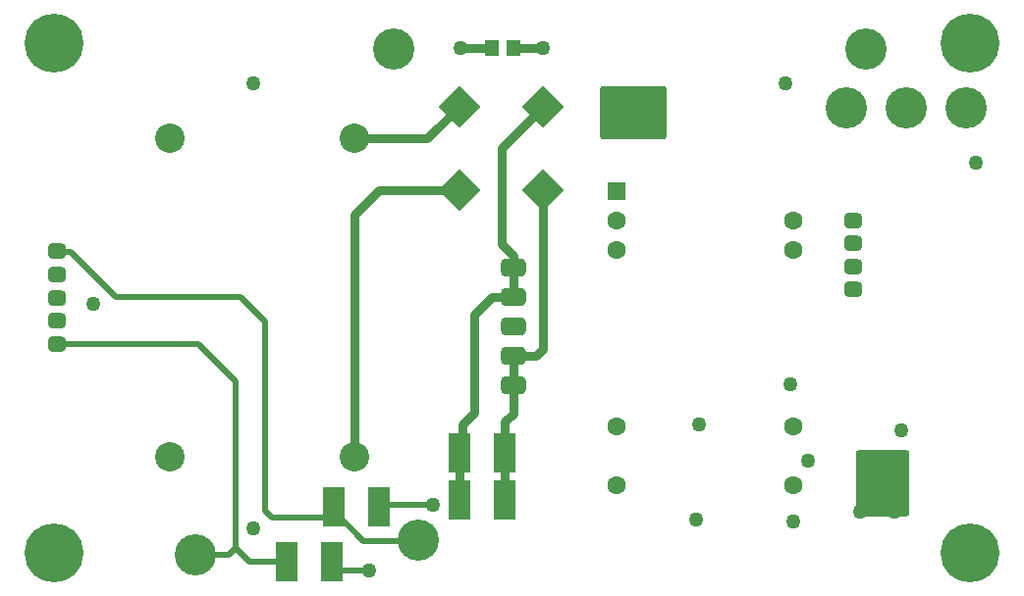
<source format=gtl>
G04*
G04 #@! TF.GenerationSoftware,Altium Limited,Altium Designer,20.1.7 (139)*
G04*
G04 Layer_Physical_Order=1*
G04 Layer_Color=25308*
%FSLAX25Y25*%
%MOIN*%
G70*
G04*
G04 #@! TF.SameCoordinates,98BAC387-3A70-427A-9A39-C9BDDE23891B*
G04*
G04*
G04 #@! TF.FilePolarity,Positive*
G04*
G01*
G75*
%ADD10C,0.01000*%
G04:AMPARAMS|DCode=15|XSize=181.1mil|YSize=224.41mil|CornerRadius=9.06mil|HoleSize=0mil|Usage=FLASHONLY|Rotation=180.000|XOffset=0mil|YOffset=0mil|HoleType=Round|Shape=RoundedRectangle|*
%AMROUNDEDRECTD15*
21,1,0.18110,0.20630,0,0,180.0*
21,1,0.16299,0.22441,0,0,180.0*
1,1,0.01811,-0.08150,0.10315*
1,1,0.01811,0.08150,0.10315*
1,1,0.01811,0.08150,-0.10315*
1,1,0.01811,-0.08150,-0.10315*
%
%ADD15ROUNDEDRECTD15*%
G04:AMPARAMS|DCode=16|XSize=181.1mil|YSize=224.41mil|CornerRadius=9.06mil|HoleSize=0mil|Usage=FLASHONLY|Rotation=90.000|XOffset=0mil|YOffset=0mil|HoleType=Round|Shape=RoundedRectangle|*
%AMROUNDEDRECTD16*
21,1,0.18110,0.20630,0,0,90.0*
21,1,0.16299,0.22441,0,0,90.0*
1,1,0.01811,0.10315,0.08150*
1,1,0.01811,0.10315,-0.08150*
1,1,0.01811,-0.10315,-0.08150*
1,1,0.01811,-0.10315,0.08150*
%
%ADD16ROUNDEDRECTD16*%
%ADD17R,0.07480X0.13386*%
%ADD18R,0.04724X0.05512*%
%ADD33P,0.14142X4X180.0*%
%ADD34C,0.02000*%
%ADD35C,0.03000*%
%ADD36C,0.14000*%
%ADD37C,0.20000*%
G04:AMPARAMS|DCode=38|XSize=51.18mil|YSize=59.06mil|CornerRadius=12.8mil|HoleSize=0mil|Usage=FLASHONLY|Rotation=90.000|XOffset=0mil|YOffset=0mil|HoleType=Round|Shape=RoundedRectangle|*
%AMROUNDEDRECTD38*
21,1,0.05118,0.03347,0,0,90.0*
21,1,0.02559,0.05906,0,0,90.0*
1,1,0.02559,0.01673,0.01280*
1,1,0.02559,0.01673,-0.01280*
1,1,0.02559,-0.01673,-0.01280*
1,1,0.02559,-0.01673,0.01280*
%
%ADD38ROUNDEDRECTD38*%
G04:AMPARAMS|DCode=39|XSize=85mil|YSize=60mil|CornerRadius=15mil|HoleSize=0mil|Usage=FLASHONLY|Rotation=0.000|XOffset=0mil|YOffset=0mil|HoleType=Round|Shape=RoundedRectangle|*
%AMROUNDEDRECTD39*
21,1,0.08500,0.03000,0,0,0.0*
21,1,0.05500,0.06000,0,0,0.0*
1,1,0.03000,0.02750,-0.01500*
1,1,0.03000,-0.02750,-0.01500*
1,1,0.03000,-0.02750,0.01500*
1,1,0.03000,0.02750,0.01500*
%
%ADD39ROUNDEDRECTD39*%
%ADD40C,0.10000*%
%ADD41R,0.06299X0.06299*%
%ADD42C,0.06299*%
%ADD43C,0.05000*%
D10*
X167717Y183858D02*
X168110Y183465D01*
X107087Y25591D02*
Y27953D01*
X135039Y15748D02*
X135433Y16142D01*
X106693Y28346D02*
X107087Y27953D01*
X106693Y27362D02*
Y28346D01*
Y27362D02*
X106890Y27165D01*
X160236Y183465D02*
X160630Y183858D01*
X12992Y114173D02*
X13114Y114051D01*
X12992Y82677D02*
X13386D01*
X167717Y108583D02*
X167717Y108583D01*
X178030Y81026D02*
X178326Y80729D01*
D15*
X293307Y35433D02*
D03*
D16*
X208661Y161417D02*
D03*
D17*
X149409Y45669D02*
D03*
X164764D02*
D03*
X106890Y27165D02*
D03*
X122244D02*
D03*
X90748Y8661D02*
D03*
X106102D02*
D03*
X164764Y29528D02*
D03*
X149409D02*
D03*
D18*
X160630Y183465D02*
D03*
X167717D02*
D03*
D33*
X178030Y163463D02*
D03*
Y134963D02*
D03*
X149530Y163463D02*
D03*
Y134963D02*
D03*
D34*
X75039Y98583D02*
X83465Y90158D01*
X32913Y98583D02*
X75039D01*
X17445Y114051D02*
X32913Y98583D01*
X71260Y11024D02*
X73622Y13386D01*
X59842Y11024D02*
X71260D01*
X107087Y25591D02*
X116929Y15748D01*
X135039D01*
X106988Y7776D02*
X106988Y7776D01*
X85827Y23622D02*
X103937D01*
X83465Y25984D02*
X85827Y23622D01*
X122441Y27953D02*
X140551D01*
X106693Y7480D02*
X108661Y5512D01*
X118898D01*
X73622Y13386D02*
X78347Y8661D01*
X106988Y7776D02*
X106988D01*
X106693Y7480D02*
X106988Y7776D01*
X106102Y8661D02*
X106988Y7776D01*
X61024Y82677D02*
X73622Y70079D01*
X13386Y82677D02*
X61024D01*
X73622Y13386D02*
Y70079D01*
X78347Y8661D02*
X90748D01*
X83465Y25984D02*
Y90158D01*
X13114Y114051D02*
X17445D01*
D35*
X122364Y134963D02*
X149530D01*
X114000Y126598D02*
X122364Y134963D01*
X114000Y44275D02*
Y126598D01*
X150000Y183465D02*
X160236D01*
X168110D02*
X177953D01*
X149409Y29528D02*
Y45669D01*
X164764Y29528D02*
Y45669D01*
X164961Y45866D02*
Y56299D01*
X164764Y45669D02*
X164961Y45866D01*
Y56299D02*
X167717Y59055D01*
X149409Y45669D02*
X150394Y46654D01*
Y55236D01*
X154567Y59409D01*
Y92520D01*
X167717Y59055D02*
Y68583D01*
X154567Y92520D02*
X160630Y98583D01*
X167717D01*
Y68583D02*
Y78583D01*
Y98583D02*
Y108583D01*
X167717Y108583D02*
Y112598D01*
X163779Y116535D02*
X167717Y112598D01*
X163779Y116535D02*
Y149213D01*
X178030Y163463D01*
X175587Y78583D02*
X178030Y81026D01*
X167717Y78583D02*
X175587D01*
X178030Y81026D02*
Y134963D01*
X138642Y152575D02*
X149530Y163463D01*
X114000Y152575D02*
X138642D01*
D36*
X321654Y162992D02*
D03*
X301181D02*
D03*
X280709D02*
D03*
X287402Y183071D02*
D03*
X59842Y11024D02*
D03*
X135433Y16142D02*
D03*
X127165Y183071D02*
D03*
D37*
X322835Y185039D02*
D03*
X11811D02*
D03*
X322835Y11811D02*
D03*
X11811D02*
D03*
D38*
X283071Y101181D02*
D03*
Y109055D02*
D03*
Y124803D02*
D03*
Y116929D02*
D03*
X12992Y114173D02*
D03*
Y98425D02*
D03*
Y106299D02*
D03*
Y90551D02*
D03*
Y82677D02*
D03*
D39*
X167717Y108583D02*
D03*
Y98583D02*
D03*
Y88583D02*
D03*
Y78583D02*
D03*
Y68583D02*
D03*
D40*
X114000Y44275D02*
D03*
Y152575D02*
D03*
X51181D02*
D03*
Y44275D02*
D03*
D41*
X202992Y134567D02*
D03*
D42*
Y124567D02*
D03*
Y114567D02*
D03*
Y54567D02*
D03*
Y34567D02*
D03*
X262992D02*
D03*
Y54567D02*
D03*
Y114567D02*
D03*
Y124567D02*
D03*
D43*
X297244Y25591D02*
D03*
X285433D02*
D03*
X202756Y165354D02*
D03*
X212598D02*
D03*
X299606Y53150D02*
D03*
X261811Y68898D02*
D03*
X140551Y27953D02*
D03*
X118898Y5512D02*
D03*
X79528Y20079D02*
D03*
X260138Y171161D02*
D03*
X324705Y144390D02*
D03*
X267717Y42913D02*
D03*
X262992Y22441D02*
D03*
X25197Y96457D02*
D03*
X79528Y171161D02*
D03*
X150000Y183465D02*
D03*
X177953D02*
D03*
X229921Y22835D02*
D03*
X230709Y55236D02*
D03*
M02*

</source>
